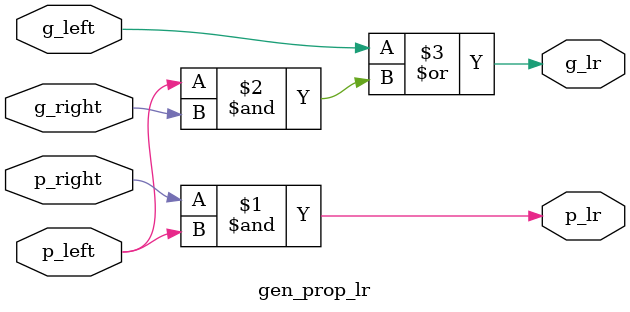
<source format=v>
`timescale 1ns/1ps 


module  gen_prop_lr 
      (g_left,
       g_right,
       p_left,
       p_right,
       g_lr,      // concatenation of left to right
       p_lr
       );

input       g_left ;
input       g_right ;
input       p_left ;
input       p_right ;
output      g_lr ;     
output      p_lr ;





assign p_lr = p_right & p_left ;
assign g_lr = g_left | (p_left & g_right) ;

endmodule 

</source>
